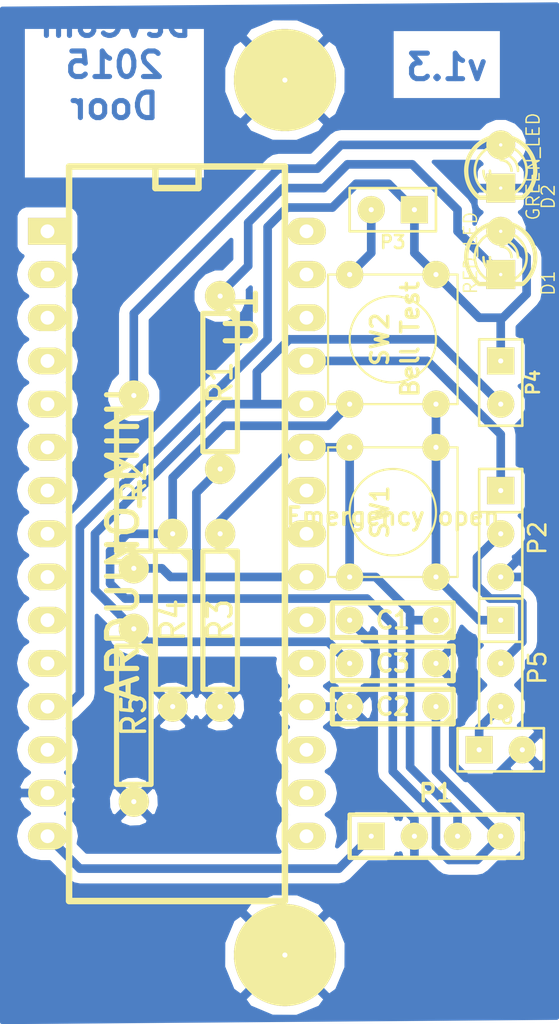
<source format=kicad_pcb>
(kicad_pcb (version 3) (host pcbnew "(2013-07-07 BZR 4022)-stable")

  (general
    (links 42)
    (no_connects 2)
    (area 182.626 67.818 217.796533 127.889001)
    (thickness 1.6)
    (drawings 2)
    (tracks 145)
    (zones 0)
    (modules 21)
    (nets 13)
  )

  (page A3)
  (layers
    (15 F.Cu signal)
    (0 B.Cu signal)
    (16 B.Adhes user)
    (17 F.Adhes user)
    (18 B.Paste user)
    (19 F.Paste user)
    (20 B.SilkS user)
    (21 F.SilkS user)
    (22 B.Mask user)
    (23 F.Mask user)
    (24 Dwgs.User user)
    (25 Cmts.User user)
    (26 Eco1.User user)
    (27 Eco2.User user)
    (28 Edge.Cuts user)
  )

  (setup
    (last_trace_width 0.508)
    (trace_clearance 0.127)
    (zone_clearance 0.618)
    (zone_45_only no)
    (trace_min 0.254)
    (segment_width 0.2)
    (edge_width 0.1)
    (via_size 0.889)
    (via_drill 0.635)
    (via_min_size 0.889)
    (via_min_drill 0.508)
    (uvia_size 0.508)
    (uvia_drill 0.127)
    (uvias_allowed no)
    (uvia_min_size 0.508)
    (uvia_min_drill 0.127)
    (pcb_text_width 0.3)
    (pcb_text_size 1.5 1.5)
    (mod_edge_width 0.15)
    (mod_text_size 1 1)
    (mod_text_width 0.15)
    (pad_size 1.6 1.6)
    (pad_drill 0.3)
    (pad_to_mask_clearance 0)
    (aux_axis_origin 0 0)
    (visible_elements 7FFEFFFF)
    (pcbplotparams
      (layerselection 3178497)
      (usegerberextensions true)
      (excludeedgelayer true)
      (linewidth 0.150000)
      (plotframeref false)
      (viasonmask false)
      (mode 1)
      (useauxorigin false)
      (hpglpennumber 1)
      (hpglpenspeed 20)
      (hpglpendiameter 15)
      (hpglpenoverlay 2)
      (psnegative false)
      (psa4output false)
      (plotreference true)
      (plotvalue true)
      (plotothertext true)
      (plotinvisibletext false)
      (padsonsilk false)
      (subtractmaskfromsilk false)
      (outputformat 1)
      (mirror false)
      (drillshape 0)
      (scaleselection 1)
      (outputdirectory ""))
  )

  (net 0 "")
  (net 1 +5V)
  (net 2 GND)
  (net 3 N-000001)
  (net 4 N-000002)
  (net 5 N-000003)
  (net 6 N-0000030)
  (net 7 N-0000033)
  (net 8 N-000004)
  (net 9 N-000005)
  (net 10 N-000006)
  (net 11 N-000007)
  (net 12 VCC)

  (net_class Default "Toto je výchozí třída sítě."
    (clearance 0.127)
    (trace_width 0.508)
    (via_dia 0.889)
    (via_drill 0.635)
    (uvia_dia 0.508)
    (uvia_drill 0.127)
    (add_net "")
    (add_net +5V)
    (add_net GND)
    (add_net N-000001)
    (add_net N-000002)
    (add_net N-000003)
    (add_net N-0000030)
    (add_net N-0000033)
    (add_net N-000004)
    (add_net N-000005)
    (add_net N-000006)
    (add_net N-000007)
    (add_net VCC)
  )

  (module SW_PUSH_SMALL (layer F.Cu) (tedit 54BE5660) (tstamp 54BADCC6)
    (at 205.74 97.79 90)
    (path /54BACB9F)
    (fp_text reference SW1 (at 0 -0.762 90) (layer F.SilkS)
      (effects (font (size 1.016 1.016) (thickness 0.2032)))
    )
    (fp_text value "Emergency open" (at -0.254 0 180) (layer F.SilkS)
      (effects (font (size 1.016 1.016) (thickness 0.2032)))
    )
    (fp_circle (center 0 0) (end 0 -2.54) (layer F.SilkS) (width 0.127))
    (fp_line (start -3.81 -3.81) (end 3.81 -3.81) (layer F.SilkS) (width 0.127))
    (fp_line (start 3.81 -3.81) (end 3.81 3.81) (layer F.SilkS) (width 0.127))
    (fp_line (start 3.81 3.81) (end -3.81 3.81) (layer F.SilkS) (width 0.127))
    (fp_line (start -3.81 -3.81) (end -3.81 3.81) (layer F.SilkS) (width 0.127))
    (pad 1 thru_hole circle (at 3.81 -2.54 90) (size 1.6 1.6) (drill 0.3)
      (layers *.Cu *.Mask F.SilkS)
      (net 6 N-0000030)
    )
    (pad 2 thru_hole circle (at 3.81 2.54 90) (size 1.6 1.6) (drill 0.3)
      (layers *.Cu *.Mask F.SilkS)
      (net 1 +5V)
    )
    (pad 1 thru_hole circle (at -3.81 -2.54 90) (size 1.6 1.6) (drill 0.3)
      (layers *.Cu *.Mask F.SilkS)
      (net 6 N-0000030)
    )
    (pad 2 thru_hole circle (at -3.81 2.54 90) (size 1.6 1.6) (drill 0.3)
      (layers *.Cu *.Mask F.SilkS)
      (net 1 +5V)
    )
  )

  (module SW_PUSH_SMALL (layer F.Cu) (tedit 54BAE483) (tstamp 54BADCD3)
    (at 205.74 87.63 90)
    (path /54BACBCC)
    (fp_text reference SW2 (at 0 -0.762 90) (layer F.SilkS)
      (effects (font (size 1.016 1.016) (thickness 0.2032)))
    )
    (fp_text value "Bell Test" (at 0 1.016 90) (layer F.SilkS)
      (effects (font (size 1.016 1.016) (thickness 0.2032)))
    )
    (fp_circle (center 0 0) (end 0 -2.54) (layer F.SilkS) (width 0.127))
    (fp_line (start -3.81 -3.81) (end 3.81 -3.81) (layer F.SilkS) (width 0.127))
    (fp_line (start 3.81 -3.81) (end 3.81 3.81) (layer F.SilkS) (width 0.127))
    (fp_line (start 3.81 3.81) (end -3.81 3.81) (layer F.SilkS) (width 0.127))
    (fp_line (start -3.81 -3.81) (end -3.81 3.81) (layer F.SilkS) (width 0.127))
    (pad 1 thru_hole circle (at 3.81 -2.54 90) (size 1.6 1.6) (drill 0.3)
      (layers *.Cu *.Mask F.SilkS)
      (net 7 N-0000033)
    )
    (pad 2 thru_hole circle (at 3.81 2.54 90) (size 1.6 1.6) (drill 0.3)
      (layers *.Cu *.Mask F.SilkS)
      (net 1 +5V)
    )
    (pad 1 thru_hole circle (at -3.81 -2.54 90) (size 1.6 1.6) (drill 0.3)
      (layers *.Cu *.Mask F.SilkS)
      (net 7 N-0000033)
    )
    (pad 2 thru_hole circle (at -3.81 2.54 90) (size 1.6 1.6) (drill 0.3)
      (layers *.Cu *.Mask F.SilkS)
      (net 1 +5V)
    )
  )

  (module R4-LARGE_PADS (layer F.Cu) (tedit 54BAE55A) (tstamp 54BB73EC)
    (at 192.786 104.14 270)
    (descr "Resitance 4 pas")
    (tags R)
    (path /54BACC3E)
    (autoplace_cost180 10)
    (fp_text reference R4 (at 0 0 270) (layer F.SilkS)
      (effects (font (size 1.397 1.27) (thickness 0.2032)))
    )
    (fp_text value 1M (at 0 0 270) (layer F.SilkS) hide
      (effects (font (size 1.397 1.27) (thickness 0.2032)))
    )
    (fp_line (start -5.08 0) (end -4.064 0) (layer F.SilkS) (width 0.3048))
    (fp_line (start -4.064 0) (end -4.064 -1.016) (layer F.SilkS) (width 0.3048))
    (fp_line (start -4.064 -1.016) (end 4.064 -1.016) (layer F.SilkS) (width 0.3048))
    (fp_line (start 4.064 -1.016) (end 4.064 1.016) (layer F.SilkS) (width 0.3048))
    (fp_line (start 4.064 1.016) (end -4.064 1.016) (layer F.SilkS) (width 0.3048))
    (fp_line (start -4.064 1.016) (end -4.064 0) (layer F.SilkS) (width 0.3048))
    (fp_line (start -4.064 -0.508) (end -3.556 -1.016) (layer F.SilkS) (width 0.3048))
    (fp_line (start 5.08 0) (end 4.064 0) (layer F.SilkS) (width 0.3048))
    (pad 1 thru_hole circle (at -5.08 0 270) (size 1.778 1.778) (drill 0.3)
      (layers *.Cu *.Mask F.SilkS)
      (net 7 N-0000033)
    )
    (pad 2 thru_hole circle (at 5.08 0 270) (size 1.778 1.778) (drill 0.3)
      (layers *.Cu *.Mask F.SilkS)
      (net 2 GND)
    )
    (model discret/resistor.wrl
      (at (xyz 0 0 0))
      (scale (xyz 0.4 0.4 0.4))
      (rotate (xyz 0 0 0))
    )
  )

  (module R4-LARGE_PADS (layer F.Cu) (tedit 54BAE55D) (tstamp 54BADCEF)
    (at 195.58 104.14 270)
    (descr "Resitance 4 pas")
    (tags R)
    (path /54BACCD8)
    (autoplace_cost180 10)
    (fp_text reference R3 (at 0 0 270) (layer F.SilkS)
      (effects (font (size 1.397 1.27) (thickness 0.2032)))
    )
    (fp_text value 1M (at 0 0 270) (layer F.SilkS) hide
      (effects (font (size 1.397 1.27) (thickness 0.2032)))
    )
    (fp_line (start -5.08 0) (end -4.064 0) (layer F.SilkS) (width 0.3048))
    (fp_line (start -4.064 0) (end -4.064 -1.016) (layer F.SilkS) (width 0.3048))
    (fp_line (start -4.064 -1.016) (end 4.064 -1.016) (layer F.SilkS) (width 0.3048))
    (fp_line (start 4.064 -1.016) (end 4.064 1.016) (layer F.SilkS) (width 0.3048))
    (fp_line (start 4.064 1.016) (end -4.064 1.016) (layer F.SilkS) (width 0.3048))
    (fp_line (start -4.064 1.016) (end -4.064 0) (layer F.SilkS) (width 0.3048))
    (fp_line (start -4.064 -0.508) (end -3.556 -1.016) (layer F.SilkS) (width 0.3048))
    (fp_line (start 5.08 0) (end 4.064 0) (layer F.SilkS) (width 0.3048))
    (pad 1 thru_hole circle (at -5.08 0 270) (size 1.778 1.778) (drill 0.3)
      (layers *.Cu *.Mask F.SilkS)
      (net 6 N-0000030)
    )
    (pad 2 thru_hole circle (at 5.08 0 270) (size 1.778 1.778) (drill 0.3)
      (layers *.Cu *.Mask F.SilkS)
      (net 2 GND)
    )
    (model discret/resistor.wrl
      (at (xyz 0 0 0))
      (scale (xyz 0.4 0.4 0.4))
      (rotate (xyz 0 0 0))
    )
  )

  (module R4-LARGE_PADS (layer F.Cu) (tedit 54BAE56D) (tstamp 54BADCFD)
    (at 190.5 96.012 90)
    (descr "Resitance 4 pas")
    (tags R)
    (path /54BADA79)
    (autoplace_cost180 10)
    (fp_text reference R2 (at 0 0 90) (layer F.SilkS)
      (effects (font (size 1.397 1.27) (thickness 0.2032)))
    )
    (fp_text value R (at 0 0 90) (layer F.SilkS) hide
      (effects (font (size 1.397 1.27) (thickness 0.2032)))
    )
    (fp_line (start -5.08 0) (end -4.064 0) (layer F.SilkS) (width 0.3048))
    (fp_line (start -4.064 0) (end -4.064 -1.016) (layer F.SilkS) (width 0.3048))
    (fp_line (start -4.064 -1.016) (end 4.064 -1.016) (layer F.SilkS) (width 0.3048))
    (fp_line (start 4.064 -1.016) (end 4.064 1.016) (layer F.SilkS) (width 0.3048))
    (fp_line (start 4.064 1.016) (end -4.064 1.016) (layer F.SilkS) (width 0.3048))
    (fp_line (start -4.064 1.016) (end -4.064 0) (layer F.SilkS) (width 0.3048))
    (fp_line (start -4.064 -0.508) (end -3.556 -1.016) (layer F.SilkS) (width 0.3048))
    (fp_line (start 5.08 0) (end 4.064 0) (layer F.SilkS) (width 0.3048))
    (pad 1 thru_hole circle (at -5.08 0 90) (size 1.778 1.778) (drill 0.3)
      (layers *.Cu *.Mask F.SilkS)
      (net 3 N-000001)
    )
    (pad 2 thru_hole circle (at 5.08 0 90) (size 1.778 1.778) (drill 0.3)
      (layers *.Cu *.Mask F.SilkS)
      (net 4 N-000002)
    )
    (model discret/resistor.wrl
      (at (xyz 0 0 0))
      (scale (xyz 0.4 0.4 0.4))
      (rotate (xyz 0 0 0))
    )
  )

  (module R4-LARGE_PADS (layer F.Cu) (tedit 54BAE571) (tstamp 54BADD0B)
    (at 195.58 90.17 270)
    (descr "Resitance 4 pas")
    (tags R)
    (path /54BADA86)
    (autoplace_cost180 10)
    (fp_text reference R1 (at 0 0 270) (layer F.SilkS)
      (effects (font (size 1.397 1.27) (thickness 0.2032)))
    )
    (fp_text value R (at 0 0 270) (layer F.SilkS) hide
      (effects (font (size 1.397 1.27) (thickness 0.2032)))
    )
    (fp_line (start -5.08 0) (end -4.064 0) (layer F.SilkS) (width 0.3048))
    (fp_line (start -4.064 0) (end -4.064 -1.016) (layer F.SilkS) (width 0.3048))
    (fp_line (start -4.064 -1.016) (end 4.064 -1.016) (layer F.SilkS) (width 0.3048))
    (fp_line (start 4.064 -1.016) (end 4.064 1.016) (layer F.SilkS) (width 0.3048))
    (fp_line (start 4.064 1.016) (end -4.064 1.016) (layer F.SilkS) (width 0.3048))
    (fp_line (start -4.064 1.016) (end -4.064 0) (layer F.SilkS) (width 0.3048))
    (fp_line (start -4.064 -0.508) (end -3.556 -1.016) (layer F.SilkS) (width 0.3048))
    (fp_line (start 5.08 0) (end 4.064 0) (layer F.SilkS) (width 0.3048))
    (pad 1 thru_hole circle (at -5.08 0 270) (size 1.778 1.778) (drill 0.3)
      (layers *.Cu *.Mask F.SilkS)
      (net 5 N-000003)
    )
    (pad 2 thru_hole circle (at 5.08 0 270) (size 1.778 1.778) (drill 0.3)
      (layers *.Cu *.Mask F.SilkS)
      (net 3 N-000001)
    )
    (model discret/resistor.wrl
      (at (xyz 0 0 0))
      (scale (xyz 0.4 0.4 0.4))
      (rotate (xyz 0 0 0))
    )
  )

  (module PIN_ARRAY_4x1 (layer F.Cu) (tedit 54BAE539) (tstamp 54BADD17)
    (at 208.28 116.84)
    (descr "Double rangee de contacts 2 x 5 pins")
    (tags CONN)
    (path /54BAD38B)
    (fp_text reference P1 (at 0 -2.54) (layer F.SilkS)
      (effects (font (size 1.016 1.016) (thickness 0.2032)))
    )
    (fp_text value Cubieboard (at 0 2.54) (layer F.SilkS) hide
      (effects (font (size 1.016 1.016) (thickness 0.2032)))
    )
    (fp_line (start 5.08 1.27) (end -5.08 1.27) (layer F.SilkS) (width 0.254))
    (fp_line (start 5.08 -1.27) (end -5.08 -1.27) (layer F.SilkS) (width 0.254))
    (fp_line (start -5.08 -1.27) (end -5.08 1.27) (layer F.SilkS) (width 0.254))
    (fp_line (start 5.08 1.27) (end 5.08 -1.27) (layer F.SilkS) (width 0.254))
    (pad 1 thru_hole rect (at -3.81 0) (size 1.6 1.6) (drill 0.3)
      (layers *.Cu *.Mask F.SilkS)
      (net 12 VCC)
    )
    (pad 2 thru_hole circle (at -1.27 0) (size 1.6 1.6) (drill 0.3)
      (layers *.Cu *.Mask F.SilkS)
      (net 2 GND)
    )
    (pad 3 thru_hole circle (at 1.27 0) (size 1.6 1.6) (drill 0.3)
      (layers *.Cu *.Mask F.SilkS)
      (net 6 N-0000030)
    )
    (pad 4 thru_hole circle (at 3.81 0) (size 1.6 1.6) (drill 0.3)
      (layers *.Cu *.Mask F.SilkS)
      (net 7 N-0000033)
    )
    (model pin_array\pins_array_4x1.wrl
      (at (xyz 0 0 0))
      (scale (xyz 1 1 1))
      (rotate (xyz 0 0 0))
    )
  )

  (module PIN_ARRAY_3X1 (layer F.Cu) (tedit 54BAE50D) (tstamp 54BADD23)
    (at 212.09 99.06 270)
    (descr "Connecteur 3 pins")
    (tags "CONN DEV")
    (path /54BACB1F)
    (fp_text reference P2 (at 0.254 -2.159 270) (layer F.SilkS)
      (effects (font (size 1.016 1.016) (thickness 0.1524)))
    )
    (fp_text value Servo (at 0 -2.159 270) (layer F.SilkS) hide
      (effects (font (size 1.016 1.016) (thickness 0.1524)))
    )
    (fp_line (start -3.81 1.27) (end -3.81 -1.27) (layer F.SilkS) (width 0.1524))
    (fp_line (start -3.81 -1.27) (end 3.81 -1.27) (layer F.SilkS) (width 0.1524))
    (fp_line (start 3.81 -1.27) (end 3.81 1.27) (layer F.SilkS) (width 0.1524))
    (fp_line (start 3.81 1.27) (end -3.81 1.27) (layer F.SilkS) (width 0.1524))
    (fp_line (start -1.27 -1.27) (end -1.27 1.27) (layer F.SilkS) (width 0.1524))
    (pad 1 thru_hole rect (at -2.54 0 270) (size 1.6 1.6) (drill 0.3)
      (layers *.Cu *.Mask F.SilkS)
      (net 8 N-000004)
    )
    (pad 2 thru_hole circle (at 0 0 270) (size 1.6 1.6) (drill 0.3)
      (layers *.Cu *.Mask F.SilkS)
      (net 10 N-000006)
    )
    (pad 3 thru_hole circle (at 2.54 0 270) (size 1.6 1.6) (drill 0.3)
      (layers *.Cu *.Mask F.SilkS)
      (net 2 GND)
    )
    (model pin_array/pins_array_3x1.wrl
      (at (xyz 0 0 0))
      (scale (xyz 1 1 1))
      (rotate (xyz 0 0 0))
    )
  )

  (module PIN_ARRAY_2X1 (layer F.Cu) (tedit 54BAE447) (tstamp 54BADD2D)
    (at 205.74 80.01 180)
    (descr "Connecteurs 2 pins")
    (tags "CONN DEV")
    (path /54BAD681)
    (fp_text reference P3 (at 0 -1.905 180) (layer F.SilkS)
      (effects (font (size 0.762 0.762) (thickness 0.1524)))
    )
    (fp_text value Bell (at 0 -1.905 180) (layer F.SilkS) hide
      (effects (font (size 0.762 0.762) (thickness 0.1524)))
    )
    (fp_line (start -2.54 1.27) (end -2.54 -1.27) (layer F.SilkS) (width 0.1524))
    (fp_line (start -2.54 -1.27) (end 2.54 -1.27) (layer F.SilkS) (width 0.1524))
    (fp_line (start 2.54 -1.27) (end 2.54 1.27) (layer F.SilkS) (width 0.1524))
    (fp_line (start 2.54 1.27) (end -2.54 1.27) (layer F.SilkS) (width 0.1524))
    (pad 1 thru_hole rect (at -1.27 0 180) (size 1.6 1.6) (drill 0.3)
      (layers *.Cu *.Mask F.SilkS)
      (net 1 +5V)
    )
    (pad 2 thru_hole circle (at 1.27 0 180) (size 1.6 1.6) (drill 0.3)
      (layers *.Cu *.Mask F.SilkS)
      (net 7 N-0000033)
    )
    (model pin_array/pins_array_2x1.wrl
      (at (xyz 0 0 0))
      (scale (xyz 1 1 1))
      (rotate (xyz 0 0 0))
    )
  )

  (module LED_3MM (layer F.Cu) (tedit 54C12465) (tstamp 54BADD46)
    (at 212.09 77.47 270)
    (descr "LED 3mm - Lead pitch 100mil (2,54mm)")
    (tags "LED led 3mm 3MM 100mil 2,54mm")
    (path /54BADB1C)
    (fp_text reference D2 (at 1.778 -2.794 270) (layer F.SilkS)
      (effects (font (size 0.762 0.762) (thickness 0.0889)))
    )
    (fp_text value GREEN_LED (at 0 -1.905 270) (layer F.SilkS)
      (effects (font (size 0.762 0.762) (thickness 0.0889)))
    )
    (fp_line (start 1.8288 1.27) (end 1.8288 -1.27) (layer F.SilkS) (width 0.254))
    (fp_arc (start 0.254 0) (end -1.27 0) (angle 39.8) (layer F.SilkS) (width 0.1524))
    (fp_arc (start 0.254 0) (end -0.88392 1.01092) (angle 41.6) (layer F.SilkS) (width 0.1524))
    (fp_arc (start 0.254 0) (end 1.4097 -0.9906) (angle 40.6) (layer F.SilkS) (width 0.1524))
    (fp_arc (start 0.254 0) (end 1.778 0) (angle 39.8) (layer F.SilkS) (width 0.1524))
    (fp_arc (start 0.254 0) (end 0.254 -1.524) (angle 54.4) (layer F.SilkS) (width 0.1524))
    (fp_arc (start 0.254 0) (end -0.9652 -0.9144) (angle 53.1) (layer F.SilkS) (width 0.1524))
    (fp_arc (start 0.254 0) (end 1.45542 0.93472) (angle 52.1) (layer F.SilkS) (width 0.1524))
    (fp_arc (start 0.254 0) (end 0.254 1.524) (angle 52.1) (layer F.SilkS) (width 0.1524))
    (fp_arc (start 0.254 0) (end -0.381 0) (angle 90) (layer F.SilkS) (width 0.1524))
    (fp_arc (start 0.254 0) (end -0.762 0) (angle 90) (layer F.SilkS) (width 0.1524))
    (fp_arc (start 0.254 0) (end 0.889 0) (angle 90) (layer F.SilkS) (width 0.1524))
    (fp_arc (start 0.254 0) (end 1.27 0) (angle 90) (layer F.SilkS) (width 0.1524))
    (fp_arc (start 0.254 0) (end 0.254 -2.032) (angle 50.1) (layer F.SilkS) (width 0.254))
    (fp_arc (start 0.254 0) (end -1.5367 -0.95504) (angle 61.9) (layer F.SilkS) (width 0.254))
    (fp_arc (start 0.254 0) (end 1.8034 1.31064) (angle 49.7) (layer F.SilkS) (width 0.254))
    (fp_arc (start 0.254 0) (end 0.254 2.032) (angle 60.2) (layer F.SilkS) (width 0.254))
    (fp_arc (start 0.254 0) (end -1.778 0) (angle 28.3) (layer F.SilkS) (width 0.254))
    (fp_arc (start 0.254 0) (end -1.47574 1.06426) (angle 31.6) (layer F.SilkS) (width 0.254))
    (pad 1 thru_hole circle (at -1.27 0 270) (size 1.7 1.7) (drill 0.2)
      (layers *.Cu *.Mask F.SilkS)
      (net 4 N-000002)
    )
    (pad 2 thru_hole rect (at 1.27 0 270) (size 1.7 1.7) (drill 0.2)
      (layers *.Cu *.Mask F.SilkS)
      (net 2 GND)
    )
    (model discret/leds/led3_vertical_verde.wrl
      (at (xyz 0 0 0))
      (scale (xyz 1 1 1))
      (rotate (xyz 0 0 0))
    )
  )

  (module LED_3MM (layer F.Cu) (tedit 54C1245E) (tstamp 54BADD5F)
    (at 212.09 82.55 270)
    (descr "LED 3mm - Lead pitch 100mil (2,54mm)")
    (tags "LED led 3mm 3MM 100mil 2,54mm")
    (path /54BADB34)
    (fp_text reference D1 (at 1.778 -2.794 270) (layer F.SilkS)
      (effects (font (size 0.762 0.762) (thickness 0.0889)))
    )
    (fp_text value RED_LED (at 0 1.778 270) (layer F.SilkS)
      (effects (font (size 0.762 0.762) (thickness 0.0889)))
    )
    (fp_line (start 1.8288 1.27) (end 1.8288 -1.27) (layer F.SilkS) (width 0.254))
    (fp_arc (start 0.254 0) (end -1.27 0) (angle 39.8) (layer F.SilkS) (width 0.1524))
    (fp_arc (start 0.254 0) (end -0.88392 1.01092) (angle 41.6) (layer F.SilkS) (width 0.1524))
    (fp_arc (start 0.254 0) (end 1.4097 -0.9906) (angle 40.6) (layer F.SilkS) (width 0.1524))
    (fp_arc (start 0.254 0) (end 1.778 0) (angle 39.8) (layer F.SilkS) (width 0.1524))
    (fp_arc (start 0.254 0) (end 0.254 -1.524) (angle 54.4) (layer F.SilkS) (width 0.1524))
    (fp_arc (start 0.254 0) (end -0.9652 -0.9144) (angle 53.1) (layer F.SilkS) (width 0.1524))
    (fp_arc (start 0.254 0) (end 1.45542 0.93472) (angle 52.1) (layer F.SilkS) (width 0.1524))
    (fp_arc (start 0.254 0) (end 0.254 1.524) (angle 52.1) (layer F.SilkS) (width 0.1524))
    (fp_arc (start 0.254 0) (end -0.381 0) (angle 90) (layer F.SilkS) (width 0.1524))
    (fp_arc (start 0.254 0) (end -0.762 0) (angle 90) (layer F.SilkS) (width 0.1524))
    (fp_arc (start 0.254 0) (end 0.889 0) (angle 90) (layer F.SilkS) (width 0.1524))
    (fp_arc (start 0.254 0) (end 1.27 0) (angle 90) (layer F.SilkS) (width 0.1524))
    (fp_arc (start 0.254 0) (end 0.254 -2.032) (angle 50.1) (layer F.SilkS) (width 0.254))
    (fp_arc (start 0.254 0) (end -1.5367 -0.95504) (angle 61.9) (layer F.SilkS) (width 0.254))
    (fp_arc (start 0.254 0) (end 1.8034 1.31064) (angle 49.7) (layer F.SilkS) (width 0.254))
    (fp_arc (start 0.254 0) (end 0.254 2.032) (angle 60.2) (layer F.SilkS) (width 0.254))
    (fp_arc (start 0.254 0) (end -1.778 0) (angle 28.3) (layer F.SilkS) (width 0.254))
    (fp_arc (start 0.254 0) (end -1.47574 1.06426) (angle 31.6) (layer F.SilkS) (width 0.254))
    (pad 1 thru_hole circle (at -1.27 0 270) (size 1.7 1.7) (drill 0.2)
      (layers *.Cu *.Mask F.SilkS)
      (net 1 +5V)
    )
    (pad 2 thru_hole rect (at 1.27 0 270) (size 1.7 1.7) (drill 0.2)
      (layers *.Cu *.Mask F.SilkS)
      (net 5 N-000003)
    )
    (model discret/leds/led3_vertical_verde.wrl
      (at (xyz 0 0 0))
      (scale (xyz 1 1 1))
      (rotate (xyz 0 0 0))
    )
  )

  (module C2 (layer F.Cu) (tedit 54BAE4FB) (tstamp 54BADD6A)
    (at 205.74 109.22 180)
    (descr "Condensateur = 2 pas")
    (tags C)
    (path /54BACC5A)
    (fp_text reference C2 (at 0 0 180) (layer F.SilkS)
      (effects (font (size 1.016 1.016) (thickness 0.2032)))
    )
    (fp_text value 100nF (at 0 0 180) (layer F.SilkS) hide
      (effects (font (size 1.016 1.016) (thickness 0.2032)))
    )
    (fp_line (start -3.556 -1.016) (end 3.556 -1.016) (layer F.SilkS) (width 0.3048))
    (fp_line (start 3.556 -1.016) (end 3.556 1.016) (layer F.SilkS) (width 0.3048))
    (fp_line (start 3.556 1.016) (end -3.556 1.016) (layer F.SilkS) (width 0.3048))
    (fp_line (start -3.556 1.016) (end -3.556 -1.016) (layer F.SilkS) (width 0.3048))
    (fp_line (start -3.556 -0.508) (end -3.048 -1.016) (layer F.SilkS) (width 0.3048))
    (pad 1 thru_hole circle (at -2.54 0 180) (size 1.6 1.6) (drill 0.3)
      (layers *.Cu *.Mask F.SilkS)
      (net 7 N-0000033)
    )
    (pad 2 thru_hole circle (at 2.54 0 180) (size 1.6 1.6) (drill 0.3)
      (layers *.Cu *.Mask F.SilkS)
      (net 2 GND)
    )
    (model discret/capa_2pas_5x5mm.wrl
      (at (xyz 0 0 0))
      (scale (xyz 1 1 1))
      (rotate (xyz 0 0 0))
    )
  )

  (module C2 (layer F.Cu) (tedit 54BAE4EE) (tstamp 54BADD75)
    (at 205.74 104.14 180)
    (descr "Condensateur = 2 pas")
    (tags C)
    (path /54BACCDE)
    (fp_text reference C1 (at 0 0 180) (layer F.SilkS)
      (effects (font (size 1.016 1.016) (thickness 0.2032)))
    )
    (fp_text value 100nF (at 0 0 180) (layer F.SilkS) hide
      (effects (font (size 1.016 1.016) (thickness 0.2032)))
    )
    (fp_line (start -3.556 -1.016) (end 3.556 -1.016) (layer F.SilkS) (width 0.3048))
    (fp_line (start 3.556 -1.016) (end 3.556 1.016) (layer F.SilkS) (width 0.3048))
    (fp_line (start 3.556 1.016) (end -3.556 1.016) (layer F.SilkS) (width 0.3048))
    (fp_line (start -3.556 1.016) (end -3.556 -1.016) (layer F.SilkS) (width 0.3048))
    (fp_line (start -3.556 -0.508) (end -3.048 -1.016) (layer F.SilkS) (width 0.3048))
    (pad 1 thru_hole circle (at -2.54 0 180) (size 1.6 1.6) (drill 0.3)
      (layers *.Cu *.Mask F.SilkS)
      (net 6 N-0000030)
    )
    (pad 2 thru_hole circle (at 2.54 0 180) (size 1.6 1.6) (drill 0.3)
      (layers *.Cu *.Mask F.SilkS)
      (net 2 GND)
    )
    (model discret/capa_2pas_5x5mm.wrl
      (at (xyz 0 0 0))
      (scale (xyz 1 1 1))
      (rotate (xyz 0 0 0))
    )
  )

  (module arduino_mini (layer F.Cu) (tedit 507C2E55) (tstamp 54BADD9E)
    (at 193.04 100.33 270)
    (descr "30 pins DIL package, elliptical pads, width 600mil (arduino mini)")
    (tags "DIL arduino mini")
    (path /54BACB0C)
    (fp_text reference U1 (at -13.97 -3.81 270) (layer F.SilkS)
      (effects (font (size 1.778 1.778) (thickness 0.3048)))
    )
    (fp_text value ARDUINO_MINI (at -0.635 3.175 270) (layer F.SilkS)
      (effects (font (size 1.778 1.778) (thickness 0.3048)))
    )
    (fp_line (start -22.86 -6.35) (end 20.32 -6.35) (layer F.SilkS) (width 0.381))
    (fp_line (start 20.32 -6.35) (end 20.32 6.35) (layer F.SilkS) (width 0.381))
    (fp_line (start 20.32 6.35) (end -22.86 6.35) (layer F.SilkS) (width 0.381))
    (fp_line (start -22.86 6.35) (end -22.86 -6.35) (layer F.SilkS) (width 0.381))
    (fp_line (start -22.86 1.27) (end -21.59 1.27) (layer F.SilkS) (width 0.381))
    (fp_line (start -21.59 1.27) (end -21.59 -1.27) (layer F.SilkS) (width 0.381))
    (fp_line (start -21.59 -1.27) (end -22.86 -1.27) (layer F.SilkS) (width 0.381))
    (pad 1 thru_hole rect (at -19.05 7.62 270) (size 1.5748 2.286) (drill 0.8128)
      (layers *.Cu *.Mask F.SilkS)
    )
    (pad 2 thru_hole oval (at -16.51 7.62 270) (size 1.5748 2.286) (drill 0.8128)
      (layers *.Cu *.Mask F.SilkS)
    )
    (pad 3 thru_hole oval (at -13.97 7.62 270) (size 1.5748 2.286) (drill 0.8128)
      (layers *.Cu *.Mask F.SilkS)
    )
    (pad 4 thru_hole oval (at -11.43 7.62 270) (size 1.5748 2.286) (drill 0.8128)
      (layers *.Cu *.Mask F.SilkS)
    )
    (pad 5 thru_hole oval (at -8.89 7.62 270) (size 1.5748 2.286) (drill 0.8128)
      (layers *.Cu *.Mask F.SilkS)
    )
    (pad 6 thru_hole oval (at -6.35 7.62 270) (size 1.5748 2.286) (drill 0.8128)
      (layers *.Cu *.Mask F.SilkS)
    )
    (pad 7 thru_hole oval (at -3.81 7.62 270) (size 1.5748 2.286) (drill 0.8128)
      (layers *.Cu *.Mask F.SilkS)
    )
    (pad 8 thru_hole oval (at -1.27 7.62 270) (size 1.5748 2.286) (drill 0.8128)
      (layers *.Cu *.Mask F.SilkS)
    )
    (pad 9 thru_hole oval (at 1.27 7.62 270) (size 1.5748 2.286) (drill 0.8128)
      (layers *.Cu *.Mask F.SilkS)
    )
    (pad 10 thru_hole oval (at 3.81 7.62 270) (size 1.5748 2.286) (drill 0.8128)
      (layers *.Cu *.Mask F.SilkS)
    )
    (pad 11 thru_hole oval (at 6.35 7.62 270) (size 1.5748 2.286) (drill 0.8128)
      (layers *.Cu *.Mask F.SilkS)
    )
    (pad 12 thru_hole oval (at 8.89 7.62 270) (size 1.5748 2.286) (drill 0.8128)
      (layers *.Cu *.Mask F.SilkS)
      (net 1 +5V)
    )
    (pad 13 thru_hole oval (at 11.43 7.62 270) (size 1.5748 2.286) (drill 0.8128)
      (layers *.Cu *.Mask F.SilkS)
    )
    (pad 14 thru_hole oval (at 13.97 7.62 270) (size 1.5748 2.286) (drill 0.8128)
      (layers *.Cu *.Mask F.SilkS)
      (net 2 GND)
    )
    (pad 15 thru_hole oval (at 16.51 7.62 270) (size 1.5748 2.286) (drill 0.8128)
      (layers *.Cu *.Mask F.SilkS)
      (net 12 VCC)
    )
    (pad 16 thru_hole oval (at 16.51 -7.62 270) (size 1.5748 2.286) (drill 0.8128)
      (layers *.Cu *.Mask F.SilkS)
    )
    (pad 17 thru_hole oval (at 13.97 -7.62 270) (size 1.5748 2.286) (drill 0.8128)
      (layers *.Cu *.Mask F.SilkS)
    )
    (pad 18 thru_hole oval (at 11.43 -7.62 270) (size 1.5748 2.286) (drill 0.8128)
      (layers *.Cu *.Mask F.SilkS)
    )
    (pad 19 thru_hole oval (at 8.89 -7.62 270) (size 1.5748 2.286) (drill 0.8128)
      (layers *.Cu *.Mask F.SilkS)
      (net 2 GND)
    )
    (pad 20 thru_hole oval (at 6.35 -7.62 270) (size 1.5748 2.286) (drill 0.8128)
      (layers *.Cu *.Mask F.SilkS)
    )
    (pad 21 thru_hole oval (at 3.81 -7.62 270) (size 1.5748 2.286) (drill 0.8128)
      (layers *.Cu *.Mask F.SilkS)
    )
    (pad 22 thru_hole oval (at 1.27 -7.62 270) (size 1.5748 2.286) (drill 0.8128)
      (layers *.Cu *.Mask F.SilkS)
      (net 3 N-000001)
    )
    (pad 23 thru_hole oval (at -1.27 -7.62 270) (size 1.5748 2.286) (drill 0.8128)
      (layers *.Cu *.Mask F.SilkS)
    )
    (pad 24 thru_hole oval (at -3.81 -7.62 270) (size 1.5748 2.286) (drill 0.8128)
      (layers *.Cu *.Mask F.SilkS)
    )
    (pad 25 thru_hole oval (at -6.35 -7.62 270) (size 1.5748 2.286) (drill 0.8128)
      (layers *.Cu *.Mask F.SilkS)
      (net 6 N-0000030)
    )
    (pad 26 thru_hole oval (at -8.89 -7.62 270) (size 1.5748 2.286) (drill 0.8128)
      (layers *.Cu *.Mask F.SilkS)
      (net 11 N-000007)
    )
    (pad 27 thru_hole oval (at -11.43 -7.62 270) (size 1.5748 2.286) (drill 0.8128)
      (layers *.Cu *.Mask F.SilkS)
      (net 8 N-000004)
    )
    (pad 28 thru_hole oval (at -13.97 -7.62 270) (size 1.5748 2.286) (drill 0.8128)
      (layers *.Cu *.Mask F.SilkS)
    )
    (pad 29 thru_hole oval (at -16.51 -7.62 270) (size 1.5748 2.286) (drill 0.8128)
      (layers *.Cu *.Mask F.SilkS)
    )
    (pad 30 thru_hole oval (at -19.05 -7.62 270) (size 1.5748 2.286) (drill 0.8128)
      (layers *.Cu *.Mask F.SilkS)
    )
  )

  (module pad (layer F.Cu) (tedit 54BAE6C3) (tstamp 54BAE733)
    (at 199.39 72.39)
    (fp_text reference Ref** (at 0 0.508) (layer F.SilkS)
      (effects (font (size 1 1) (thickness 0.15)))
    )
    (fp_text value Val** (at 0 -1.016) (layer F.SilkS)
      (effects (font (size 1 1) (thickness 0.15)))
    )
    (pad "" thru_hole circle (at 0 0) (size 6 6) (drill 0.3)
      (layers *.Cu *.Mask F.SilkS)
      (net 2 GND)
    )
  )

  (module pad (layer F.Cu) (tedit 54BAE6C7) (tstamp 54BAE73C)
    (at 199.39 123.825)
    (fp_text reference Ref** (at 0 0.508) (layer F.SilkS)
      (effects (font (size 1 1) (thickness 0.15)))
    )
    (fp_text value Val** (at 0 -1.016) (layer F.SilkS)
      (effects (font (size 1 1) (thickness 0.15)))
    )
    (pad "" thru_hole circle (at 0 0) (size 6 6) (drill 0.3)
      (layers *.Cu *.Mask F.SilkS)
      (net 2 GND)
    )
  )

  (module R4-LARGE_PADS (layer F.Cu) (tedit 54BE30F5) (tstamp 54BE2FD8)
    (at 190.5 109.728 270)
    (descr "Resitance 4 pas")
    (tags R)
    (path /54BE2EF6)
    (autoplace_cost180 10)
    (fp_text reference R5 (at 0 0 270) (layer F.SilkS)
      (effects (font (size 1.397 1.27) (thickness 0.2032)))
    )
    (fp_text value 1M (at 0 0 270) (layer F.SilkS) hide
      (effects (font (size 1.397 1.27) (thickness 0.2032)))
    )
    (fp_line (start -5.08 0) (end -4.064 0) (layer F.SilkS) (width 0.3048))
    (fp_line (start -4.064 0) (end -4.064 -1.016) (layer F.SilkS) (width 0.3048))
    (fp_line (start -4.064 -1.016) (end 4.064 -1.016) (layer F.SilkS) (width 0.3048))
    (fp_line (start 4.064 -1.016) (end 4.064 1.016) (layer F.SilkS) (width 0.3048))
    (fp_line (start 4.064 1.016) (end -4.064 1.016) (layer F.SilkS) (width 0.3048))
    (fp_line (start -4.064 1.016) (end -4.064 0) (layer F.SilkS) (width 0.3048))
    (fp_line (start -4.064 -0.508) (end -3.556 -1.016) (layer F.SilkS) (width 0.3048))
    (fp_line (start 5.08 0) (end 4.064 0) (layer F.SilkS) (width 0.3048))
    (pad 1 thru_hole circle (at -5.08 0 270) (size 1.778 1.778) (drill 0.3)
      (layers *.Cu *.Mask F.SilkS)
      (net 11 N-000007)
    )
    (pad 2 thru_hole circle (at 5.08 0 270) (size 1.778 1.778) (drill 0.3)
      (layers *.Cu *.Mask F.SilkS)
      (net 2 GND)
    )
    (model discret/resistor.wrl
      (at (xyz 0 0 0))
      (scale (xyz 0.4 0.4 0.4))
      (rotate (xyz 0 0 0))
    )
  )

  (module PIN_ARRAY_2X1 (layer F.Cu) (tedit 54BE30BB) (tstamp 54BE2FE2)
    (at 212.09 90.17 270)
    (descr "Connecteurs 2 pins")
    (tags "CONN DEV")
    (path /54BE2F11)
    (fp_text reference P4 (at 0 -1.905 270) (layer F.SilkS)
      (effects (font (size 0.762 0.762) (thickness 0.1524)))
    )
    (fp_text value "Door Open" (at 0 -1.905 270) (layer F.SilkS) hide
      (effects (font (size 0.762 0.762) (thickness 0.1524)))
    )
    (fp_line (start -2.54 1.27) (end -2.54 -1.27) (layer F.SilkS) (width 0.1524))
    (fp_line (start -2.54 -1.27) (end 2.54 -1.27) (layer F.SilkS) (width 0.1524))
    (fp_line (start 2.54 -1.27) (end 2.54 1.27) (layer F.SilkS) (width 0.1524))
    (fp_line (start 2.54 1.27) (end -2.54 1.27) (layer F.SilkS) (width 0.1524))
    (pad 1 thru_hole rect (at -1.27 0 270) (size 1.6 1.6) (drill 0.3)
      (layers *.Cu *.Mask F.SilkS)
      (net 1 +5V)
    )
    (pad 2 thru_hole circle (at 1.27 0 270) (size 1.6 1.6) (drill 0.3)
      (layers *.Cu *.Mask F.SilkS)
      (net 11 N-000007)
    )
    (model pin_array/pins_array_2x1.wrl
      (at (xyz 0 0 0))
      (scale (xyz 1 1 1))
      (rotate (xyz 0 0 0))
    )
  )

  (module C2 (layer F.Cu) (tedit 54BE5414) (tstamp 54BE5398)
    (at 205.74 106.68)
    (descr "Condensateur = 2 pas")
    (tags C)
    (path /54BE2EFC)
    (fp_text reference C3 (at 0 0) (layer F.SilkS)
      (effects (font (size 1.016 1.016) (thickness 0.2032)))
    )
    (fp_text value 100nF (at 0 0) (layer F.SilkS) hide
      (effects (font (size 1.016 1.016) (thickness 0.2032)))
    )
    (fp_line (start -3.556 -1.016) (end 3.556 -1.016) (layer F.SilkS) (width 0.3048))
    (fp_line (start 3.556 -1.016) (end 3.556 1.016) (layer F.SilkS) (width 0.3048))
    (fp_line (start 3.556 1.016) (end -3.556 1.016) (layer F.SilkS) (width 0.3048))
    (fp_line (start -3.556 1.016) (end -3.556 -1.016) (layer F.SilkS) (width 0.3048))
    (fp_line (start -3.556 -0.508) (end -3.048 -1.016) (layer F.SilkS) (width 0.3048))
    (pad 1 thru_hole circle (at -2.54 0) (size 1.6 1.6) (drill 0.3)
      (layers *.Cu *.Mask F.SilkS)
      (net 11 N-000007)
    )
    (pad 2 thru_hole circle (at 2.54 0) (size 1.6 1.6) (drill 0.3)
      (layers *.Cu *.Mask F.SilkS)
      (net 2 GND)
    )
    (model discret/capa_2pas_5x5mm.wrl
      (at (xyz 0 0 0))
      (scale (xyz 1 1 1))
      (rotate (xyz 0 0 0))
    )
  )

  (module PIN_ARRAY_2X1 (layer F.Cu) (tedit 54C12885) (tstamp 54C127B6)
    (at 212.09 111.76)
    (descr "Connecteurs 2 pins")
    (tags "CONN DEV")
    (path /54C12653)
    (fp_text reference P6 (at 0 -1.905) (layer F.SilkS)
      (effects (font (size 0.762 0.762) (thickness 0.1524)))
    )
    (fp_text value "Servo Ext PWR" (at 0 -1.905) (layer F.SilkS) hide
      (effects (font (size 0.762 0.762) (thickness 0.1524)))
    )
    (fp_line (start -2.54 1.27) (end -2.54 -1.27) (layer F.SilkS) (width 0.1524))
    (fp_line (start -2.54 -1.27) (end 2.54 -1.27) (layer F.SilkS) (width 0.1524))
    (fp_line (start 2.54 -1.27) (end 2.54 1.27) (layer F.SilkS) (width 0.1524))
    (fp_line (start 2.54 1.27) (end -2.54 1.27) (layer F.SilkS) (width 0.1524))
    (pad 1 thru_hole rect (at -1.27 0) (size 1.6 1.6) (drill 0.3)
      (layers *.Cu *.Mask F.SilkS)
      (net 9 N-000005)
    )
    (pad 2 thru_hole circle (at 1.27 0) (size 1.6 1.6) (drill 0.3)
      (layers *.Cu *.Mask F.SilkS)
      (net 2 GND)
    )
    (model pin_array/pins_array_2x1.wrl
      (at (xyz 0 0 0))
      (scale (xyz 1 1 1))
      (rotate (xyz 0 0 0))
    )
  )

  (module PIN_ARRAY_3X1 (layer F.Cu) (tedit 54C12DF3) (tstamp 54C12CE8)
    (at 212.09 106.68 270)
    (descr "Connecteur 3 pins")
    (tags "CONN DEV")
    (path /54C12C1C)
    (fp_text reference P5 (at 0.254 -2.159 270) (layer F.SilkS)
      (effects (font (size 1.016 1.016) (thickness 0.1524)))
    )
    (fp_text value "Servo PWR Jmpr" (at 0 -2.159 270) (layer F.SilkS) hide
      (effects (font (size 1.016 1.016) (thickness 0.1524)))
    )
    (fp_line (start -3.81 1.27) (end -3.81 -1.27) (layer F.SilkS) (width 0.1524))
    (fp_line (start -3.81 -1.27) (end 3.81 -1.27) (layer F.SilkS) (width 0.1524))
    (fp_line (start 3.81 -1.27) (end 3.81 1.27) (layer F.SilkS) (width 0.1524))
    (fp_line (start 3.81 1.27) (end -3.81 1.27) (layer F.SilkS) (width 0.1524))
    (fp_line (start -1.27 -1.27) (end -1.27 1.27) (layer F.SilkS) (width 0.1524))
    (pad 1 thru_hole rect (at -2.54 0 270) (size 1.6 1.6) (drill 0.3)
      (layers *.Cu *.Mask F.SilkS)
      (net 1 +5V)
    )
    (pad 2 thru_hole circle (at 0 0 270) (size 1.6 1.6) (drill 0.3)
      (layers *.Cu *.Mask F.SilkS)
      (net 10 N-000006)
    )
    (pad 3 thru_hole circle (at 2.54 0 270) (size 1.6 1.6) (drill 0.3)
      (layers *.Cu *.Mask F.SilkS)
      (net 9 N-000005)
    )
    (model pin_array/pins_array_3x1.wrl
      (at (xyz 0 0 0))
      (scale (xyz 1 1 1))
      (rotate (xyz 0 0 0))
    )
  )

  (gr_text v1.3 (at 208.915 71.628) (layer B.Cu)
    (effects (font (size 1.5 1.5) (thickness 0.3)) (justify mirror))
  )
  (gr_text "DevConf\n2015\nDoor" (at 189.357 71.501) (layer B.Cu)
    (effects (font (size 1.5 1.5) (thickness 0.3)) (justify mirror))
  )

  (segment (start 212.09 104.14) (end 210.82 104.14) (width 0.508) (layer B.Cu) (net 1))
  (segment (start 210.82 104.14) (end 208.28 101.6) (width 0.508) (layer B.Cu) (net 1) (tstamp 54C12D6A))
  (segment (start 208.28 101.6) (end 208.661 101.6) (width 0.508) (layer B.Cu) (net 1))
  (segment (start 208.28 93.98) (end 208.28 101.473) (width 0.508) (layer B.Cu) (net 1))
  (segment (start 208.28 101.473) (end 208.28 101.6) (width 0.508) (layer B.Cu) (net 1) (tstamp 54C12936))
  (segment (start 208.28 91.44) (end 208.28 93.98) (width 0.508) (layer B.Cu) (net 1))
  (segment (start 212.09 88.9) (end 212.09 86.36) (width 0.508) (layer B.Cu) (net 1))
  (segment (start 208.28 83.82) (end 208.407 83.82) (width 0.508) (layer B.Cu) (net 1))
  (segment (start 213.614 82.804) (end 212.09 81.28) (width 0.508) (layer B.Cu) (net 1) (tstamp 54C12526))
  (segment (start 213.614 84.963) (end 213.614 82.804) (width 0.508) (layer B.Cu) (net 1) (tstamp 54C12525))
  (segment (start 212.217 86.36) (end 213.614 84.963) (width 0.508) (layer B.Cu) (net 1) (tstamp 54C12524))
  (segment (start 210.82 86.36) (end 212.09 86.36) (width 0.508) (layer B.Cu) (net 1) (tstamp 54C12523))
  (segment (start 212.09 86.36) (end 212.217 86.36) (width 0.508) (layer B.Cu) (net 1) (tstamp 54C1255A))
  (segment (start 208.407 83.947) (end 210.82 86.36) (width 0.508) (layer B.Cu) (net 1) (tstamp 54C12522))
  (segment (start 207.01 80.01) (end 207.01 82.55) (width 0.508) (layer B.Cu) (net 1))
  (segment (start 207.01 82.55) (end 208.28 83.82) (width 0.508) (layer B.Cu) (net 1) (tstamp 54C1221D))
  (segment (start 185.42 109.22) (end 186.563 109.22) (width 0.508) (layer B.Cu) (net 1))
  (segment (start 205.486 78.486) (end 207.01 80.01) (width 0.508) (layer B.Cu) (net 1) (tstamp 54BE3B4F))
  (segment (start 203.581 78.486) (end 205.486 78.486) (width 0.508) (layer B.Cu) (net 1) (tstamp 54BE3B4E))
  (segment (start 202.184 79.883) (end 203.581 78.486) (width 0.508) (layer B.Cu) (net 1) (tstamp 54BE3B4D))
  (segment (start 199.517 79.883) (end 202.184 79.883) (width 0.508) (layer B.Cu) (net 1) (tstamp 54BE3B4C))
  (segment (start 198.374 81.026) (end 199.517 79.883) (width 0.508) (layer B.Cu) (net 1) (tstamp 54BE3B4B))
  (segment (start 198.374 87.63) (end 198.374 81.026) (width 0.508) (layer B.Cu) (net 1) (tstamp 54BE3B43))
  (segment (start 187.325 98.679) (end 198.374 87.63) (width 0.508) (layer B.Cu) (net 1) (tstamp 54BE3B3E))
  (segment (start 187.325 108.458) (end 187.325 98.679) (width 0.508) (layer B.Cu) (net 1) (tstamp 54BE3B3A))
  (segment (start 186.563 109.22) (end 187.325 108.458) (width 0.508) (layer B.Cu) (net 1) (tstamp 54BE3B38))
  (segment (start 208.28 101.6) (end 208.28 101.6) (width 0.508) (layer B.Cu) (net 1) (tstamp 54BAE338))
  (segment (start 213.36 111.76) (end 214.63 110.49) (width 0.508) (layer B.Cu) (net 2))
  (segment (start 213.487 101.6) (end 212.09 101.6) (width 0.508) (layer B.Cu) (net 2) (tstamp 54C12DC6))
  (segment (start 214.63 102.743) (end 213.487 101.6) (width 0.508) (layer B.Cu) (net 2) (tstamp 54C12DC4))
  (segment (start 214.63 110.49) (end 214.63 102.743) (width 0.508) (layer B.Cu) (net 2) (tstamp 54C12DC3))
  (segment (start 208.28 106.68) (end 209.804 108.204) (width 0.508) (layer B.Cu) (net 2))
  (segment (start 211.709 113.411) (end 213.36 111.76) (width 0.508) (layer B.Cu) (net 2) (tstamp 54C12D8A))
  (segment (start 210.058 113.411) (end 211.709 113.411) (width 0.508) (layer B.Cu) (net 2) (tstamp 54C12D89))
  (segment (start 209.296 112.649) (end 210.058 113.411) (width 0.508) (layer B.Cu) (net 2) (tstamp 54C12D87))
  (segment (start 209.296 110.49) (end 209.296 112.649) (width 0.508) (layer B.Cu) (net 2) (tstamp 54C12D85))
  (segment (start 209.804 109.982) (end 209.296 110.49) (width 0.508) (layer B.Cu) (net 2) (tstamp 54C12D84))
  (segment (start 209.804 108.204) (end 209.804 109.982) (width 0.508) (layer B.Cu) (net 2) (tstamp 54C12D83))
  (segment (start 207.01 116.84) (end 207.01 118.237) (width 0.508) (layer B.Cu) (net 2))
  (segment (start 214.503 112.903) (end 213.36 111.76) (width 0.508) (layer B.Cu) (net 2) (tstamp 54C12A7F))
  (segment (start 214.503 116.967) (end 214.503 112.903) (width 0.508) (layer B.Cu) (net 2) (tstamp 54C12A7D))
  (segment (start 211.963 119.507) (end 214.503 116.967) (width 0.508) (layer B.Cu) (net 2) (tstamp 54C12A7B))
  (segment (start 208.28 119.507) (end 211.963 119.507) (width 0.508) (layer B.Cu) (net 2) (tstamp 54C12A7A))
  (segment (start 207.01 118.237) (end 208.28 119.507) (width 0.508) (layer B.Cu) (net 2) (tstamp 54C12A79))
  (segment (start 207.01 116.84) (end 207.01 116.713) (width 0.508) (layer B.Cu) (net 2))
  (segment (start 204.597 110.617) (end 203.2 109.22) (width 0.508) (layer B.Cu) (net 2) (tstamp 54BE56BC))
  (segment (start 204.597 113.411) (end 204.597 110.617) (width 0.508) (layer B.Cu) (net 2) (tstamp 54BE56BB))
  (segment (start 207.01 115.824) (end 204.597 113.411) (width 0.508) (layer B.Cu) (net 2) (tstamp 54BE56B9))
  (segment (start 207.01 116.713) (end 207.01 115.824) (width 0.508) (layer B.Cu) (net 2) (tstamp 54BE56B7))
  (segment (start 207.01 116.713) (end 207.01 116.713) (width 0.508) (layer B.Cu) (net 2) (tstamp 54BE56B5))
  (segment (start 203.2 109.22) (end 203.454 109.22) (width 0.508) (layer B.Cu) (net 2))
  (segment (start 204.724 105.664) (end 203.2 104.14) (width 0.508) (layer B.Cu) (net 2) (tstamp 54BE5441))
  (segment (start 204.724 107.95) (end 204.724 105.664) (width 0.508) (layer B.Cu) (net 2) (tstamp 54BE5440))
  (segment (start 203.454 109.22) (end 204.724 107.95) (width 0.508) (layer B.Cu) (net 2) (tstamp 54BE543D))
  (segment (start 200.66 109.22) (end 203.2 109.22) (width 0.508) (layer B.Cu) (net 2))
  (segment (start 194.183 101.6) (end 192.659 101.6) (width 0.508) (layer B.Cu) (net 3))
  (segment (start 192.151 101.092) (end 190.5 101.092) (width 0.508) (layer B.Cu) (net 3) (tstamp 54BE32C8))
  (segment (start 192.659 101.6) (end 192.151 101.092) (width 0.508) (layer B.Cu) (net 3) (tstamp 54BE32C7))
  (segment (start 195.58 95.25) (end 194.183 96.647) (width 0.508) (layer B.Cu) (net 3))
  (segment (start 194.183 96.647) (end 194.183 101.473) (width 0.508) (layer B.Cu) (net 3) (tstamp 54BB73A9))
  (segment (start 194.183 101.473) (end 194.183 101.6) (width 0.508) (layer B.Cu) (net 3) (tstamp 54BE32C1))
  (segment (start 200.66 101.6) (end 194.183 101.6) (width 0.508) (layer B.Cu) (net 3))
  (segment (start 190.5 90.932) (end 190.5 86.106) (width 0.508) (layer B.Cu) (net 4))
  (segment (start 202.692 76.2) (end 212.09 76.2) (width 0.508) (layer B.Cu) (net 4) (tstamp 54C12584))
  (segment (start 201.295 77.597) (end 202.692 76.2) (width 0.508) (layer B.Cu) (net 4) (tstamp 54C12583))
  (segment (start 199.009 77.597) (end 201.295 77.597) (width 0.508) (layer B.Cu) (net 4) (tstamp 54C12581))
  (segment (start 196.215 80.391) (end 199.009 77.597) (width 0.508) (layer B.Cu) (net 4) (tstamp 54C12580))
  (segment (start 196.215 80.391) (end 196.215 80.391) (width 0.508) (layer B.Cu) (net 4) (tstamp 54C1257E))
  (segment (start 190.5 86.106) (end 196.215 80.391) (width 0.508) (layer B.Cu) (net 4) (tstamp 54C1257A))
  (segment (start 190.5 90.932) (end 190.5 90.932) (width 0.508) (layer B.Cu) (net 4))
  (segment (start 195.58 85.09) (end 195.58 84.963) (width 0.508) (layer B.Cu) (net 5))
  (segment (start 209.55 81.28) (end 212.09 83.82) (width 0.508) (layer B.Cu) (net 5) (tstamp 54C12514))
  (segment (start 209.55 80.01) (end 209.55 81.28) (width 0.508) (layer B.Cu) (net 5) (tstamp 54C12512))
  (segment (start 206.883 77.343) (end 209.55 80.01) (width 0.508) (layer B.Cu) (net 5) (tstamp 54C12510))
  (segment (start 203.073 77.343) (end 206.883 77.343) (width 0.508) (layer B.Cu) (net 5) (tstamp 54C1250F))
  (segment (start 201.676 78.74) (end 203.073 77.343) (width 0.508) (layer B.Cu) (net 5) (tstamp 54C1250E))
  (segment (start 199.263 78.74) (end 201.676 78.74) (width 0.508) (layer B.Cu) (net 5) (tstamp 54C1250D))
  (segment (start 197.231 80.772) (end 199.263 78.74) (width 0.508) (layer B.Cu) (net 5) (tstamp 54C1250C))
  (segment (start 197.231 83.312) (end 197.231 80.772) (width 0.508) (layer B.Cu) (net 5) (tstamp 54C1250B))
  (segment (start 195.58 84.963) (end 197.231 83.312) (width 0.508) (layer B.Cu) (net 5) (tstamp 54C1250A))
  (segment (start 195.58 99.06) (end 195.58 98.298) (width 0.508) (layer B.Cu) (net 6))
  (segment (start 199.898 93.98) (end 200.66 93.98) (width 0.508) (layer B.Cu) (net 6) (tstamp 54C12E66))
  (segment (start 195.58 98.298) (end 199.898 93.98) (width 0.508) (layer B.Cu) (net 6) (tstamp 54C12E60))
  (segment (start 203.2 93.98) (end 203.2 101.6) (width 0.508) (layer B.Cu) (net 6))
  (segment (start 200.66 93.98) (end 203.2 93.98) (width 0.508) (layer B.Cu) (net 6))
  (segment (start 208.28 104.14) (end 206.883 104.14) (width 0.508) (layer B.Cu) (net 6))
  (segment (start 206.883 104.14) (end 206.756 104.013) (width 0.508) (layer B.Cu) (net 6) (tstamp 54C1290F))
  (segment (start 209.55 116.84) (end 209.55 115.57) (width 0.508) (layer B.Cu) (net 6))
  (segment (start 204.724 101.6) (end 203.2 101.6) (width 0.508) (layer B.Cu) (net 6) (tstamp 54C1290A))
  (segment (start 206.756 104.013) (end 206.756 103.632) (width 0.508) (layer B.Cu) (net 6) (tstamp 54C12915))
  (segment (start 206.756 103.632) (end 204.724 101.6) (width 0.508) (layer B.Cu) (net 6) (tstamp 54C12908))
  (segment (start 206.756 112.776) (end 206.756 104.013) (width 0.508) (layer B.Cu) (net 6) (tstamp 54C12904))
  (segment (start 209.55 115.57) (end 206.756 112.776) (width 0.508) (layer B.Cu) (net 6) (tstamp 54C12903))
  (segment (start 192.786 99.06) (end 192.786 95.758) (width 0.508) (layer B.Cu) (net 7))
  (segment (start 201.93 92.71) (end 203.2 91.44) (width 0.508) (layer B.Cu) (net 7) (tstamp 54C12249))
  (segment (start 195.834 92.71) (end 201.93 92.71) (width 0.508) (layer B.Cu) (net 7) (tstamp 54C12247))
  (segment (start 192.786 95.758) (end 195.834 92.71) (width 0.508) (layer B.Cu) (net 7) (tstamp 54C12245))
  (segment (start 203.2 83.82) (end 204.47 82.55) (width 0.508) (layer B.Cu) (net 7))
  (segment (start 204.47 82.55) (end 204.47 80.01) (width 0.508) (layer B.Cu) (net 7) (tstamp 54C1221A))
  (segment (start 192.786 99.06) (end 190.119 99.06) (width 0.508) (layer B.Cu) (net 7))
  (segment (start 210.693 118.237) (end 212.09 116.84) (width 0.508) (layer B.Cu) (net 7) (tstamp 54BE332D))
  (segment (start 209.042 118.237) (end 210.693 118.237) (width 0.508) (layer B.Cu) (net 7) (tstamp 54BE332C))
  (segment (start 208.28 117.475) (end 209.042 118.237) (width 0.508) (layer B.Cu) (net 7) (tstamp 54BE332B))
  (segment (start 208.28 115.57) (end 208.28 117.475) (width 0.508) (layer B.Cu) (net 7) (tstamp 54BE3329))
  (segment (start 205.74 113.03) (end 208.28 115.57) (width 0.508) (layer B.Cu) (net 7) (tstamp 54BE3327))
  (segment (start 205.74 104.394) (end 205.74 113.03) (width 0.508) (layer B.Cu) (net 7) (tstamp 54BE3326))
  (segment (start 204.216 102.87) (end 205.74 104.394) (width 0.508) (layer B.Cu) (net 7) (tstamp 54BE3325))
  (segment (start 189.992 102.87) (end 204.216 102.87) (width 0.508) (layer B.Cu) (net 7) (tstamp 54BE3323))
  (segment (start 189.103 101.981) (end 189.992 102.87) (width 0.508) (layer B.Cu) (net 7) (tstamp 54BE3322))
  (segment (start 189.103 100.076) (end 189.103 101.981) (width 0.508) (layer B.Cu) (net 7) (tstamp 54BE3321))
  (segment (start 190.119 99.06) (end 189.103 100.076) (width 0.508) (layer B.Cu) (net 7) (tstamp 54BE3320))
  (segment (start 212.09 116.84) (end 212.09 116.84) (width 0.508) (layer B.Cu) (net 7))
  (segment (start 208.28 113.03) (end 208.28 109.22) (width 0.508) (layer B.Cu) (net 7) (tstamp 54BB1DFB))
  (segment (start 212.09 116.84) (end 208.28 113.03) (width 0.508) (layer B.Cu) (net 7) (tstamp 54BB1DF9))
  (segment (start 212.09 96.52) (end 212.09 93.218) (width 0.508) (layer B.Cu) (net 8))
  (segment (start 207.772 88.9) (end 212.09 93.218) (width 0.508) (layer B.Cu) (net 8) (tstamp 54BAEA23))
  (segment (start 207.772 88.9) (end 200.66 88.9) (width 0.508) (layer B.Cu) (net 8))
  (segment (start 210.82 111.76) (end 210.82 110.49) (width 0.508) (layer B.Cu) (net 9))
  (segment (start 210.82 110.49) (end 212.09 109.22) (width 0.508) (layer B.Cu) (net 9) (tstamp 54C12D0A))
  (segment (start 212.09 106.68) (end 212.09 106.68) (width 0.508) (layer B.Cu) (net 10))
  (segment (start 210.693 100.457) (end 212.09 99.06) (width 0.508) (layer B.Cu) (net 10) (tstamp 54C12D52))
  (segment (start 210.693 102.108) (end 210.693 100.457) (width 0.508) (layer B.Cu) (net 10) (tstamp 54C12D51))
  (segment (start 211.455 102.87) (end 210.693 102.108) (width 0.508) (layer B.Cu) (net 10) (tstamp 54C12D50))
  (segment (start 213.106 102.87) (end 211.455 102.87) (width 0.508) (layer B.Cu) (net 10) (tstamp 54C12D4E))
  (segment (start 213.36 103.124) (end 213.106 102.87) (width 0.508) (layer B.Cu) (net 10) (tstamp 54C12D4D))
  (segment (start 213.36 105.41) (end 213.36 103.124) (width 0.508) (layer B.Cu) (net 10) (tstamp 54C12D4C))
  (segment (start 212.09 106.68) (end 213.36 105.41) (width 0.508) (layer B.Cu) (net 10) (tstamp 54C12D4A))
  (segment (start 212.09 91.44) (end 208.28 87.63) (width 0.508) (layer B.Cu) (net 11))
  (segment (start 197.739 89.535) (end 197.739 91.44) (width 0.508) (layer B.Cu) (net 11) (tstamp 54C1256F))
  (segment (start 199.644 87.63) (end 197.739 89.535) (width 0.508) (layer B.Cu) (net 11) (tstamp 54C1256E))
  (segment (start 208.28 87.63) (end 199.644 87.63) (width 0.508) (layer B.Cu) (net 11) (tstamp 54C1256D))
  (segment (start 203.2 106.68) (end 201.93 105.41) (width 0.508) (layer B.Cu) (net 11))
  (segment (start 191.262 105.41) (end 190.5 104.648) (width 0.508) (layer B.Cu) (net 11) (tstamp 54BE53F5))
  (segment (start 201.93 105.41) (end 191.262 105.41) (width 0.508) (layer B.Cu) (net 11) (tstamp 54BE53F3))
  (segment (start 190.5 104.648) (end 190.5 104.648) (width 0.508) (layer B.Cu) (net 11))
  (segment (start 195.834 91.44) (end 197.739 91.44) (width 0.508) (layer B.Cu) (net 11) (tstamp 54BE307A))
  (segment (start 197.739 91.44) (end 197.866 91.44) (width 0.508) (layer B.Cu) (net 11) (tstamp 54C12572))
  (segment (start 197.866 91.44) (end 200.66 91.44) (width 0.508) (layer B.Cu) (net 11) (tstamp 54BE31E0))
  (segment (start 188.214 99.06) (end 195.834 91.44) (width 0.508) (layer B.Cu) (net 11) (tstamp 54BE3075))
  (segment (start 188.214 102.362) (end 188.214 99.06) (width 0.508) (layer B.Cu) (net 11) (tstamp 54BE3074))
  (segment (start 190.5 104.648) (end 188.214 102.362) (width 0.508) (layer B.Cu) (net 11) (tstamp 54BE3071))
  (segment (start 185.42 116.84) (end 187.325 118.745) (width 0.508) (layer B.Cu) (net 12))
  (segment (start 187.325 118.745) (end 202.565 118.745) (width 0.508) (layer B.Cu) (net 12) (tstamp 54BAE960))
  (segment (start 202.565 118.745) (end 204.47 116.84) (width 0.508) (layer B.Cu) (net 12) (tstamp 54BAE961))
  (segment (start 185.42 116.84) (end 185.42 116.84) (width 0.508) (layer B.Cu) (net 12) (tstamp 54BAE272))

  (zone (net 2) (net_name GND) (layer B.Cu) (tstamp 54BAE4DE) (hatch edge 0.508)
    (connect_pads (clearance 0.618))
    (min_thickness 0.254)
    (fill (arc_segments 16) (thermal_gap 0.508) (thermal_bridge_width 0.508))
    (polygon
      (pts
        (xy 215.519 127.635) (xy 182.626 127.889) (xy 182.626 68.072) (xy 215.519 67.818)
      )
    )
    (filled_polygon
      (pts
        (xy 204.741 106.363702) (xy 204.510551 105.805971) (xy 204.076315 105.370977) (xy 203.973728 105.328379) (xy 204.028139 105.147744)
        (xy 203.2 104.319605) (xy 203.185857 104.333747) (xy 203.006252 104.154142) (xy 203.020395 104.14) (xy 203.006252 104.125857)
        (xy 203.185857 103.946252) (xy 203.2 103.960395) (xy 203.214142 103.946252) (xy 203.393747 104.125857) (xy 203.379605 104.14)
        (xy 204.207744 104.968139) (xy 204.453864 104.894004) (xy 204.552575 104.619375) (xy 204.741 104.807799) (xy 204.741 106.363702)
      )
    )
    (filled_polygon
      (pts
        (xy 206.714653 115.417452) (xy 206.656546 115.420223) (xy 206.255996 115.586136) (xy 206.181861 115.832253) (xy 206.066986 115.717378)
        (xy 205.9791 115.805263) (xy 205.901949 115.618543) (xy 205.69256 115.408788) (xy 205.41884 115.29513) (xy 205.122461 115.294871)
        (xy 204.646964 115.294871) (xy 204.646964 109.436776) (xy 204.619777 108.866546) (xy 204.453864 108.465996) (xy 204.207744 108.391861)
        (xy 203.379605 109.22) (xy 204.207744 110.048139) (xy 204.453864 109.974004) (xy 204.646964 109.436776) (xy 204.646964 115.294871)
        (xy 204.028139 115.294871) (xy 204.028139 110.227744) (xy 203.2 109.399605) (xy 202.371861 110.227744) (xy 202.445996 110.473864)
        (xy 202.983224 110.666964) (xy 203.553454 110.639777) (xy 203.954004 110.473864) (xy 204.028139 110.227744) (xy 204.028139 115.294871)
        (xy 203.522461 115.294871) (xy 203.248543 115.408051) (xy 203.038788 115.61744) (xy 202.92513 115.89116) (xy 202.924871 116.187539)
        (xy 202.924871 116.972329) (xy 202.463437 117.433763) (xy 202.468341 117.426424) (xy 202.584988 116.84) (xy 202.468341 116.253576)
        (xy 202.136158 115.75643) (xy 201.857146 115.57) (xy 202.136158 115.38357) (xy 202.468341 114.886424) (xy 202.584988 114.3)
        (xy 202.468341 113.713576) (xy 202.136158 113.21643) (xy 201.857146 113.03) (xy 202.136158 112.84357) (xy 202.468341 112.346424)
        (xy 202.584988 111.76) (xy 202.468341 111.173576) (xy 202.136158 110.67643) (xy 201.755785 110.422272) (xy 202.111191 110.135986)
        (xy 202.163855 110.039584) (xy 202.192256 110.048139) (xy 203.020395 109.22) (xy 202.192256 108.391861) (xy 202.163855 108.400415)
        (xy 202.111191 108.304014) (xy 201.755785 108.017727) (xy 202.113642 107.778614) (xy 202.323685 107.989023) (xy 202.426271 108.03162)
        (xy 202.371861 108.212256) (xy 203.2 109.040395) (xy 204.028139 108.212256) (xy 203.973828 108.031952) (xy 204.074029 107.990551)
        (xy 204.509023 107.556315) (xy 204.741 106.997653) (xy 204.741 113.03) (xy 204.817044 113.412301) (xy 205.0336 113.7364)
        (xy 206.714653 115.417452)
      )
    )
    (filled_polygon
      (pts
        (xy 207.203747 116.854142) (xy 207.024142 117.033747) (xy 207.01 117.019605) (xy 206.995857 117.033747) (xy 206.816252 116.854142)
        (xy 206.830395 116.84) (xy 206.816252 116.825857) (xy 206.995857 116.646252) (xy 207.01 116.660395) (xy 207.024142 116.646252)
        (xy 207.203747 116.825857) (xy 207.189605 116.84) (xy 207.203747 116.854142)
      )
    )
    (filled_polygon
      (pts
        (xy 211.175039 107.950309) (xy 210.780977 108.343685) (xy 210.545269 108.911332) (xy 210.544884 109.352315) (xy 210.1136 109.7836)
        (xy 209.897044 110.107699) (xy 209.875726 110.214871) (xy 209.872461 110.214871) (xy 209.598543 110.328051) (xy 209.388788 110.53744)
        (xy 209.279 110.801839) (xy 209.279 110.405797) (xy 209.589023 110.096315) (xy 209.824731 109.528668) (xy 209.825267 108.914029)
        (xy 209.726964 108.676116) (xy 209.726964 106.896776) (xy 209.699777 106.326546) (xy 209.533864 105.925996) (xy 209.287744 105.851861)
        (xy 208.459605 106.68) (xy 209.287744 107.508139) (xy 209.533864 107.434004) (xy 209.726964 106.896776) (xy 209.726964 108.676116)
        (xy 209.590551 108.345971) (xy 209.156315 107.910977) (xy 209.053728 107.868379) (xy 209.108139 107.687744) (xy 208.28 106.859605)
        (xy 208.265857 106.873747) (xy 208.086252 106.694142) (xy 208.100395 106.68) (xy 208.086252 106.665857) (xy 208.265857 106.486252)
        (xy 208.28 106.500395) (xy 209.108139 105.672256) (xy 209.053828 105.491952) (xy 209.154029 105.450551) (xy 209.589023 105.016315)
        (xy 209.79279 104.525589) (xy 210.113597 104.846396) (xy 210.1136 104.8464) (xy 210.437699 105.062956) (xy 210.544871 105.084273)
        (xy 210.544871 105.087539) (xy 210.658051 105.361457) (xy 210.86744 105.571212) (xy 210.970843 105.614148) (xy 210.780977 105.803685)
        (xy 210.545269 106.371332) (xy 210.544733 106.985971) (xy 210.779449 107.554029) (xy 211.175039 107.950309)
      )
    )
    (filled_polygon
      (pts
        (xy 215.392 127.508977) (xy 214.806964 127.513494) (xy 214.806964 111.976776) (xy 214.779777 111.406546) (xy 214.613864 111.005996)
        (xy 214.613 111.005735) (xy 214.613 84.963) (xy 214.613 82.804) (xy 214.536956 82.421699) (xy 214.3204 82.0976)
        (xy 214.320396 82.097597) (xy 213.684841 81.462041) (xy 213.685275 80.964127) (xy 213.442963 80.377686) (xy 213.224917 80.159259)
        (xy 213.300168 80.128013) (xy 213.478641 79.949229) (xy 213.57511 79.715755) (xy 213.575 79.02575) (xy 213.41625 78.867)
        (xy 212.217 78.867) (xy 212.217 78.887) (xy 211.963 78.887) (xy 211.963 78.867) (xy 210.76375 78.867)
        (xy 210.605 79.02575) (xy 210.60489 79.715755) (xy 210.701359 79.949229) (xy 210.879832 80.128013) (xy 210.955065 80.159252)
        (xy 210.738614 80.375326) (xy 210.549 80.831966) (xy 210.549 80.01) (xy 210.472956 79.627699) (xy 210.2564 79.3036)
        (xy 210.256396 79.303597) (xy 208.151799 77.199) (xy 210.833554 77.199) (xy 210.955082 77.32074) (xy 210.879832 77.351987)
        (xy 210.701359 77.530771) (xy 210.60489 77.764245) (xy 210.605 78.45425) (xy 210.76375 78.613) (xy 211.963 78.613)
        (xy 211.963 78.593) (xy 212.217 78.593) (xy 212.217 78.613) (xy 213.41625 78.613) (xy 213.575 78.45425)
        (xy 213.57511 77.764245) (xy 213.478641 77.530771) (xy 213.300168 77.351987) (xy 213.224934 77.320747) (xy 213.441386 77.104674)
        (xy 213.684722 76.518657) (xy 213.685275 75.884127) (xy 213.442963 75.297686) (xy 212.994674 74.848614) (xy 212.408657 74.605278)
        (xy 212.167143 74.605067) (xy 212.167143 73.573) (xy 212.167143 69.383) (xy 205.662858 69.383) (xy 205.662858 73.573)
        (xy 212.167143 73.573) (xy 212.167143 74.605067) (xy 211.774127 74.604725) (xy 211.187686 74.847037) (xy 210.833104 75.201)
        (xy 203.028566 75.201) (xy 203.028566 71.685125) (xy 202.481853 70.346361) (xy 202.461277 70.315567) (xy 201.986629 69.972976)
        (xy 201.807024 70.152581) (xy 201.807024 69.793371) (xy 201.464433 69.318723) (xy 200.131199 68.758659) (xy 198.685125 68.751434)
        (xy 197.346361 69.298147) (xy 197.315567 69.318723) (xy 196.972976 69.793371) (xy 199.39 72.210395) (xy 201.807024 69.793371)
        (xy 201.807024 70.152581) (xy 199.569605 72.39) (xy 201.986629 74.807024) (xy 202.461277 74.464433) (xy 203.021341 73.131199)
        (xy 203.028566 71.685125) (xy 203.028566 75.201) (xy 202.692 75.201) (xy 202.309699 75.277044) (xy 201.9856 75.4936)
        (xy 201.985597 75.493603) (xy 201.807024 75.672176) (xy 201.807024 74.986629) (xy 199.39 72.569605) (xy 199.210395 72.74921)
        (xy 199.210395 72.39) (xy 196.793371 69.972976) (xy 196.318723 70.315567) (xy 195.758659 71.648801) (xy 195.751434 73.094875)
        (xy 196.298147 74.433639) (xy 196.318723 74.464433) (xy 196.793371 74.807024) (xy 199.210395 72.39) (xy 199.210395 72.74921)
        (xy 196.972976 74.986629) (xy 197.315567 75.461277) (xy 198.648801 76.021341) (xy 200.094875 76.028566) (xy 201.433639 75.481853)
        (xy 201.464433 75.461277) (xy 201.807024 74.986629) (xy 201.807024 75.672176) (xy 200.8812 76.598) (xy 199.009 76.598)
        (xy 198.626699 76.674044) (xy 198.3026 76.8906) (xy 198.302597 76.890603) (xy 195.5086 79.6846) (xy 195.508597 79.684603)
        (xy 194.752 80.4412) (xy 194.752 78.246) (xy 194.752 69.256) (xy 183.962 69.256) (xy 183.962 78.246)
        (xy 194.752 78.246) (xy 194.752 80.4412) (xy 189.7936 85.3996) (xy 189.577044 85.723699) (xy 189.501 86.106)
        (xy 189.501 89.620447) (xy 189.115571 90.005205) (xy 188.866285 90.605552) (xy 188.865718 91.255597) (xy 189.113955 91.856377)
        (xy 189.573205 92.316429) (xy 190.173552 92.565715) (xy 190.823597 92.566282) (xy 191.424377 92.318045) (xy 191.884429 91.858795)
        (xy 192.133715 91.258448) (xy 192.134282 90.608403) (xy 191.886045 90.007623) (xy 191.499 89.619902) (xy 191.499 86.519799)
        (xy 196.232 81.786799) (xy 196.232 82.8982) (xy 195.674118 83.456082) (xy 195.256403 83.455718) (xy 194.655623 83.703955)
        (xy 194.195571 84.163205) (xy 193.946285 84.763552) (xy 193.945718 85.413597) (xy 194.193955 86.014377) (xy 194.653205 86.474429)
        (xy 195.253552 86.723715) (xy 195.903597 86.724282) (xy 196.504377 86.476045) (xy 196.964429 86.016795) (xy 197.213715 85.416448)
        (xy 197.214282 84.766403) (xy 197.207005 84.748793) (xy 197.375 84.580799) (xy 197.375 87.2162) (xy 186.727478 97.863721)
        (xy 186.617146 97.79) (xy 186.896158 97.60357) (xy 187.228341 97.106424) (xy 187.344988 96.52) (xy 187.228341 95.933576)
        (xy 186.896158 95.43643) (xy 186.617146 95.25) (xy 186.896158 95.06357) (xy 187.228341 94.566424) (xy 187.344988 93.98)
        (xy 187.228341 93.393576) (xy 186.896158 92.89643) (xy 186.617146 92.71) (xy 186.896158 92.52357) (xy 187.228341 92.026424)
        (xy 187.344988 91.44) (xy 187.228341 90.853576) (xy 186.896158 90.35643) (xy 186.617146 90.17) (xy 186.896158 89.98357)
        (xy 187.228341 89.486424) (xy 187.344988 88.9) (xy 187.228341 88.313576) (xy 186.896158 87.81643) (xy 186.617146 87.63)
        (xy 186.896158 87.44357) (xy 187.228341 86.946424) (xy 187.344988 86.36) (xy 187.228341 85.773576) (xy 186.896158 85.27643)
        (xy 186.617146 85.09) (xy 186.896158 84.90357) (xy 187.228341 84.406424) (xy 187.344988 83.82) (xy 187.228341 83.233576)
        (xy 186.896158 82.73643) (xy 186.895606 82.736061) (xy 186.984457 82.699349) (xy 187.194212 82.48996) (xy 187.30787 82.21624)
        (xy 187.308129 81.919861) (xy 187.308129 80.345061) (xy 187.194949 80.071143) (xy 186.98556 79.861388) (xy 186.71184 79.74773)
        (xy 186.415461 79.747471) (xy 184.129461 79.747471) (xy 183.855543 79.860651) (xy 183.645788 80.07004) (xy 183.53213 80.34376)
        (xy 183.531871 80.640139) (xy 183.531871 82.214939) (xy 183.645051 82.488857) (xy 183.85444 82.698612) (xy 183.944483 82.736001)
        (xy 183.943842 82.73643) (xy 183.611659 83.233576) (xy 183.495012 83.82) (xy 183.611659 84.406424) (xy 183.943842 84.90357)
        (xy 184.222853 85.089999) (xy 183.943842 85.27643) (xy 183.611659 85.773576) (xy 183.495012 86.36) (xy 183.611659 86.946424)
        (xy 183.943842 87.44357) (xy 184.222853 87.629999) (xy 183.943842 87.81643) (xy 183.611659 88.313576) (xy 183.495012 88.9)
        (xy 183.611659 89.486424) (xy 183.943842 89.98357) (xy 184.222853 90.169999) (xy 183.943842 90.35643) (xy 183.611659 90.853576)
        (xy 183.495012 91.44) (xy 183.611659 92.026424) (xy 183.943842 92.52357) (xy 184.222853 92.709999) (xy 183.943842 92.89643)
        (xy 183.611659 93.393576) (xy 183.495012 93.98) (xy 183.611659 94.566424) (xy 183.943842 95.06357) (xy 184.222853 95.249999)
        (xy 183.943842 95.43643) (xy 183.611659 95.933576) (xy 183.495012 96.52) (xy 183.611659 97.106424) (xy 183.943842 97.60357)
        (xy 184.222853 97.789999) (xy 183.943842 97.97643) (xy 183.611659 98.473576) (xy 183.495012 99.06) (xy 183.611659 99.646424)
        (xy 183.943842 100.14357) (xy 184.222853 100.329999) (xy 183.943842 100.51643) (xy 183.611659 101.013576) (xy 183.495012 101.6)
        (xy 183.611659 102.186424) (xy 183.943842 102.68357) (xy 184.222853 102.869999) (xy 183.943842 103.05643) (xy 183.611659 103.553576)
        (xy 183.495012 104.14) (xy 183.611659 104.726424) (xy 183.943842 105.22357) (xy 184.222853 105.409999) (xy 183.943842 105.59643)
        (xy 183.611659 106.093576) (xy 183.495012 106.68) (xy 183.611659 107.266424) (xy 183.943842 107.76357) (xy 184.222853 107.949999)
        (xy 183.943842 108.13643) (xy 183.611659 108.633576) (xy 183.495012 109.22) (xy 183.611659 109.806424) (xy 183.943842 110.30357)
        (xy 184.222853 110.489999) (xy 183.943842 110.67643) (xy 183.611659 111.173576) (xy 183.495012 111.76) (xy 183.611659 112.346424)
        (xy 183.943842 112.84357) (xy 184.324214 113.097727) (xy 183.968809 113.384014) (xy 183.701673 113.873004) (xy 183.68499 113.95294)
        (xy 183.807149 114.173) (xy 185.293 114.173) (xy 185.293 114.153) (xy 185.547 114.153) (xy 185.547 114.173)
        (xy 187.032851 114.173) (xy 187.15501 113.95294) (xy 187.138327 113.873004) (xy 186.871191 113.384014) (xy 186.515785 113.097727)
        (xy 186.896158 112.84357) (xy 187.228341 112.346424) (xy 187.344988 111.76) (xy 187.228341 111.173576) (xy 186.896158 110.67643)
        (xy 186.617146 110.49) (xy 186.896158 110.30357) (xy 187.050399 110.072731) (xy 187.2694 109.9264) (xy 188.031396 109.164402)
        (xy 188.031399 109.1644) (xy 188.0314 109.1644) (xy 188.247956 108.840301) (xy 188.324 108.458001) (xy 188.323999 108.458)
        (xy 188.324 108.458) (xy 188.324 103.8848) (xy 188.866193 104.426993) (xy 188.865718 104.971597) (xy 189.113955 105.572377)
        (xy 189.573205 106.032429) (xy 190.173552 106.281715) (xy 190.803834 106.282264) (xy 190.879699 106.332956) (xy 191.261999 106.409)
        (xy 191.261999 106.408999) (xy 191.262 106.409) (xy 198.788917 106.409) (xy 198.735012 106.68) (xy 198.851659 107.266424)
        (xy 199.183842 107.76357) (xy 199.564214 108.017727) (xy 199.208809 108.304014) (xy 198.941673 108.793004) (xy 198.92499 108.87294)
        (xy 199.047149 109.093) (xy 200.533 109.093) (xy 200.533 109.073) (xy 200.787 109.073) (xy 200.787 109.093)
        (xy 200.807 109.093) (xy 200.807 109.347) (xy 200.787 109.347) (xy 200.787 109.367) (xy 200.533 109.367)
        (xy 200.533 109.347) (xy 199.047149 109.347) (xy 198.92499 109.56706) (xy 198.941673 109.646996) (xy 199.208809 110.135986)
        (xy 199.564214 110.422272) (xy 199.183842 110.67643) (xy 198.851659 111.173576) (xy 198.735012 111.76) (xy 198.851659 112.346424)
        (xy 199.183842 112.84357) (xy 199.462853 113.03) (xy 199.183842 113.21643) (xy 198.851659 113.713576) (xy 198.735012 114.3)
        (xy 198.851659 114.886424) (xy 199.183842 115.38357) (xy 199.462853 115.57) (xy 199.183842 115.75643) (xy 198.851659 116.253576)
        (xy 198.735012 116.84) (xy 198.851659 117.426424) (xy 199.065193 117.746) (xy 197.115514 117.746) (xy 197.115514 109.458035)
        (xy 197.089722 108.8523) (xy 196.907539 108.412468) (xy 196.652195 108.32741) (xy 196.47259 108.507015) (xy 196.47259 108.147805)
        (xy 196.387532 107.892461) (xy 195.818035 107.684486) (xy 195.2123 107.710278) (xy 194.772468 107.892461) (xy 194.68741 108.147805)
        (xy 195.58 109.040395) (xy 196.47259 108.147805) (xy 196.47259 108.507015) (xy 195.759605 109.22) (xy 196.652195 110.11259)
        (xy 196.907539 110.027532) (xy 197.115514 109.458035) (xy 197.115514 117.746) (xy 196.47259 117.746) (xy 196.47259 110.292195)
        (xy 195.58 109.399605) (xy 195.400395 109.57921) (xy 195.400395 109.22) (xy 194.507805 108.32741) (xy 194.252461 108.412468)
        (xy 194.187368 108.590709) (xy 194.113539 108.412468) (xy 193.858195 108.32741) (xy 193.67859 108.507015) (xy 193.67859 108.147805)
        (xy 193.593532 107.892461) (xy 193.024035 107.684486) (xy 192.4183 107.710278) (xy 191.978468 107.892461) (xy 191.89341 108.147805)
        (xy 192.786 109.040395) (xy 193.67859 108.147805) (xy 193.67859 108.507015) (xy 192.965605 109.22) (xy 193.858195 110.11259)
        (xy 194.113539 110.027532) (xy 194.178631 109.84929) (xy 194.252461 110.027532) (xy 194.507805 110.11259) (xy 195.400395 109.22)
        (xy 195.400395 109.57921) (xy 194.68741 110.292195) (xy 194.772468 110.547539) (xy 195.341965 110.755514) (xy 195.9477 110.729722)
        (xy 196.387532 110.547539) (xy 196.47259 110.292195) (xy 196.47259 117.746) (xy 193.67859 117.746) (xy 193.67859 110.292195)
        (xy 192.786 109.399605) (xy 192.606395 109.57921) (xy 192.606395 109.22) (xy 191.713805 108.32741) (xy 191.458461 108.412468)
        (xy 191.250486 108.981965) (xy 191.276278 109.5877) (xy 191.458461 110.027532) (xy 191.713805 110.11259) (xy 192.606395 109.22)
        (xy 192.606395 109.57921) (xy 191.89341 110.292195) (xy 191.978468 110.547539) (xy 192.547965 110.755514) (xy 193.1537 110.729722)
        (xy 193.593532 110.547539) (xy 193.67859 110.292195) (xy 193.67859 117.746) (xy 192.035514 117.746) (xy 192.035514 115.046035)
        (xy 192.009722 114.4403) (xy 191.827539 114.000468) (xy 191.572195 113.91541) (xy 191.39259 114.095015) (xy 191.39259 113.735805)
        (xy 191.307532 113.480461) (xy 190.738035 113.272486) (xy 190.1323 113.298278) (xy 189.692468 113.480461) (xy 189.60741 113.735805)
        (xy 190.5 114.628395) (xy 191.39259 113.735805) (xy 191.39259 114.095015) (xy 190.679605 114.808) (xy 191.572195 115.70059)
        (xy 191.827539 115.615532) (xy 192.035514 115.046035) (xy 192.035514 117.746) (xy 191.39259 117.746) (xy 191.39259 115.880195)
        (xy 190.5 114.987605) (xy 190.320395 115.16721) (xy 190.320395 114.808) (xy 189.427805 113.91541) (xy 189.172461 114.000468)
        (xy 188.964486 114.569965) (xy 188.990278 115.1757) (xy 189.172461 115.615532) (xy 189.427805 115.70059) (xy 190.320395 114.808)
        (xy 190.320395 115.16721) (xy 189.60741 115.880195) (xy 189.692468 116.135539) (xy 190.261965 116.343514) (xy 190.8677 116.317722)
        (xy 191.307532 116.135539) (xy 191.39259 115.880195) (xy 191.39259 117.746) (xy 187.738799 117.746) (xy 187.26001 117.267211)
        (xy 187.344988 116.84) (xy 187.228341 116.253576) (xy 186.896158 115.75643) (xy 186.515785 115.502272) (xy 186.871191 115.215986)
        (xy 187.138327 114.726996) (xy 187.15501 114.64706) (xy 187.032851 114.427) (xy 185.547 114.427) (xy 185.547 114.447)
        (xy 185.293 114.447) (xy 185.293 114.427) (xy 183.807149 114.427) (xy 183.68499 114.64706) (xy 183.701673 114.726996)
        (xy 183.968809 115.215986) (xy 184.324214 115.502272) (xy 183.943842 115.75643) (xy 183.611659 116.253576) (xy 183.495012 116.84)
        (xy 183.611659 117.426424) (xy 183.943842 117.92357) (xy 184.440988 118.255753) (xy 185.027412 118.3724) (xy 185.5396 118.3724)
        (xy 186.618597 119.451396) (xy 186.6186 119.4514) (xy 186.942699 119.667956) (xy 187.261571 119.731383) (xy 187.324999 119.744)
        (xy 187.324999 119.743999) (xy 187.325 119.744) (xy 202.565 119.744) (xy 202.947301 119.667956) (xy 203.2714 119.4514)
        (xy 204.33767 118.385129) (xy 205.417539 118.385129) (xy 205.691457 118.271949) (xy 205.901212 118.06256) (xy 205.979172 117.874808)
        (xy 206.066986 117.962622) (xy 206.181861 117.847746) (xy 206.255996 118.093864) (xy 206.793224 118.286964) (xy 207.363454 118.259777)
        (xy 207.569063 118.17461) (xy 207.5736 118.1814) (xy 208.335597 118.943396) (xy 208.3356 118.9434) (xy 208.659699 119.159956)
        (xy 209.041999 119.236) (xy 209.041999 119.235999) (xy 209.042 119.236) (xy 210.693 119.236) (xy 211.075301 119.159956)
        (xy 211.3994 118.9434) (xy 211.957914 118.384884) (xy 212.395971 118.385267) (xy 212.964029 118.150551) (xy 213.399023 117.716315)
        (xy 213.634731 117.148668) (xy 213.635267 116.534029) (xy 213.400551 115.965971) (xy 212.966315 115.530977) (xy 212.398668 115.295269)
        (xy 211.957683 115.294884) (xy 209.967754 113.304954) (xy 210.167539 113.305129) (xy 211.767539 113.305129) (xy 212.041457 113.191949)
        (xy 212.251212 112.98256) (xy 212.329172 112.794808) (xy 212.416986 112.882622) (xy 212.531861 112.767746) (xy 212.605996 113.013864)
        (xy 213.143224 113.206964) (xy 213.713454 113.179777) (xy 214.114004 113.013864) (xy 214.188139 112.767744) (xy 213.36 111.939605)
        (xy 213.345857 111.953747) (xy 213.166252 111.774142) (xy 213.180395 111.76) (xy 213.166252 111.745857) (xy 213.345857 111.566252)
        (xy 213.36 111.580395) (xy 214.188139 110.752256) (xy 214.114004 110.506136) (xy 213.576776 110.313036) (xy 213.162119 110.332805)
        (xy 213.399023 110.096315) (xy 213.634731 109.528668) (xy 213.635267 108.914029) (xy 213.400551 108.345971) (xy 213.00496 107.94969)
        (xy 213.399023 107.556315) (xy 213.634731 106.988668) (xy 213.635115 106.547684) (xy 214.0664 106.1164) (xy 214.282956 105.792301)
        (xy 214.359 105.41) (xy 214.359 103.124) (xy 214.282956 102.741699) (xy 214.0664 102.4176) (xy 213.8124 102.1636)
        (xy 213.489784 101.948035) (xy 213.536964 101.816776) (xy 213.509777 101.246546) (xy 213.343864 100.845996) (xy 213.097744 100.771861)
        (xy 212.269605 101.6) (xy 212.283747 101.614142) (xy 212.104142 101.793747) (xy 212.09 101.779605) (xy 212.075857 101.793747)
        (xy 211.896252 101.614142) (xy 211.910395 101.6) (xy 211.896252 101.585857) (xy 212.075857 101.406252) (xy 212.09 101.420395)
        (xy 212.918139 100.592256) (xy 212.863828 100.411952) (xy 212.964029 100.370551) (xy 213.399023 99.936315) (xy 213.634731 99.368668)
        (xy 213.635267 98.754029) (xy 213.400551 98.185971) (xy 213.209139 97.994225) (xy 213.311457 97.951949) (xy 213.521212 97.74256)
        (xy 213.63487 97.46884) (xy 213.635129 97.172461) (xy 213.635129 95.572461) (xy 213.521949 95.298543) (xy 213.31256 95.088788)
        (xy 213.089 94.995958) (xy 213.089 93.218) (xy 213.012956 92.835699) (xy 212.957785 92.75313) (xy 212.964029 92.750551)
        (xy 213.399023 92.316315) (xy 213.634731 91.748668) (xy 213.635267 91.134029) (xy 213.400551 90.565971) (xy 213.209139 90.374225)
        (xy 213.311457 90.331949) (xy 213.521212 90.12256) (xy 213.63487 89.84884) (xy 213.635129 89.552461) (xy 213.635129 87.952461)
        (xy 213.521949 87.678543) (xy 213.31256 87.468788) (xy 213.089 87.375958) (xy 213.089 86.900799) (xy 214.320396 85.669402)
        (xy 214.320399 85.6694) (xy 214.3204 85.6694) (xy 214.536956 85.345301) (xy 214.613 84.963) (xy 214.613 111.005735)
        (xy 214.367744 110.931861) (xy 213.539605 111.76) (xy 214.367744 112.588139) (xy 214.613864 112.514004) (xy 214.806964 111.976776)
        (xy 214.806964 127.513494) (xy 214.188139 127.518273) (xy 203.028566 127.604447) (xy 203.028566 123.120125) (xy 202.481853 121.781361)
        (xy 202.461277 121.750567) (xy 201.986629 121.407976) (xy 201.807024 121.587581) (xy 201.807024 121.228371) (xy 201.464433 120.753723)
        (xy 200.131199 120.193659) (xy 198.685125 120.186434) (xy 197.346361 120.733147) (xy 197.315567 120.753723) (xy 196.972976 121.228371)
        (xy 199.39 123.645395) (xy 201.807024 121.228371) (xy 201.807024 121.587581) (xy 199.569605 123.825) (xy 201.986629 126.242024)
        (xy 202.461277 125.899433) (xy 203.021341 124.566199) (xy 203.028566 123.120125) (xy 203.028566 127.604447) (xy 201.807024 127.61388)
        (xy 201.807024 126.421629) (xy 199.39 124.004605) (xy 199.210395 124.18421) (xy 199.210395 123.825) (xy 196.793371 121.407976)
        (xy 196.318723 121.750567) (xy 195.758659 123.083801) (xy 195.751434 124.529875) (xy 196.298147 125.868639) (xy 196.318723 125.899433)
        (xy 196.793371 126.242024) (xy 199.210395 123.825) (xy 199.210395 124.18421) (xy 196.972976 126.421629) (xy 197.315567 126.896277)
        (xy 198.648801 127.456341) (xy 200.094875 127.463566) (xy 201.433639 126.916853) (xy 201.464433 126.896277) (xy 201.807024 126.421629)
        (xy 201.807024 127.61388) (xy 182.753 127.761016) (xy 182.753 68.198023) (xy 215.392 67.945984) (xy 215.392 127.508977)
      )
    )
  )
)

</source>
